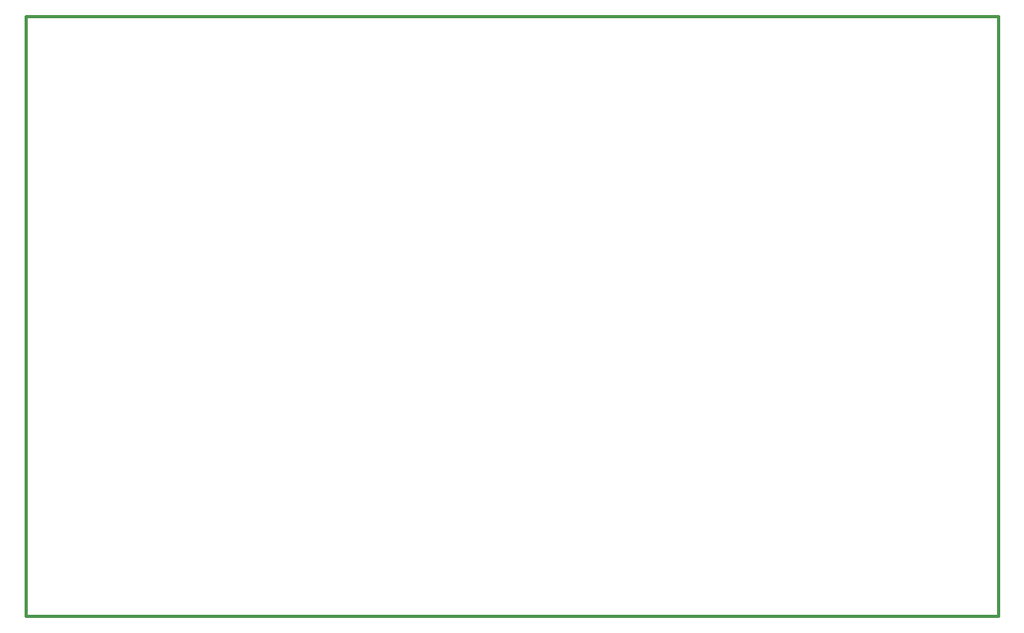
<source format=gko>
G04 Layer_Color=16711935*
%FSLAX23Y23*%
%MOIN*%
G70*
G01*
G75*
%ADD65C,0.012*%
D65*
X0Y2524D02*
X4087D01*
X0Y0D02*
Y2524D01*
Y0D02*
X4087D01*
Y2524D01*
M02*

</source>
